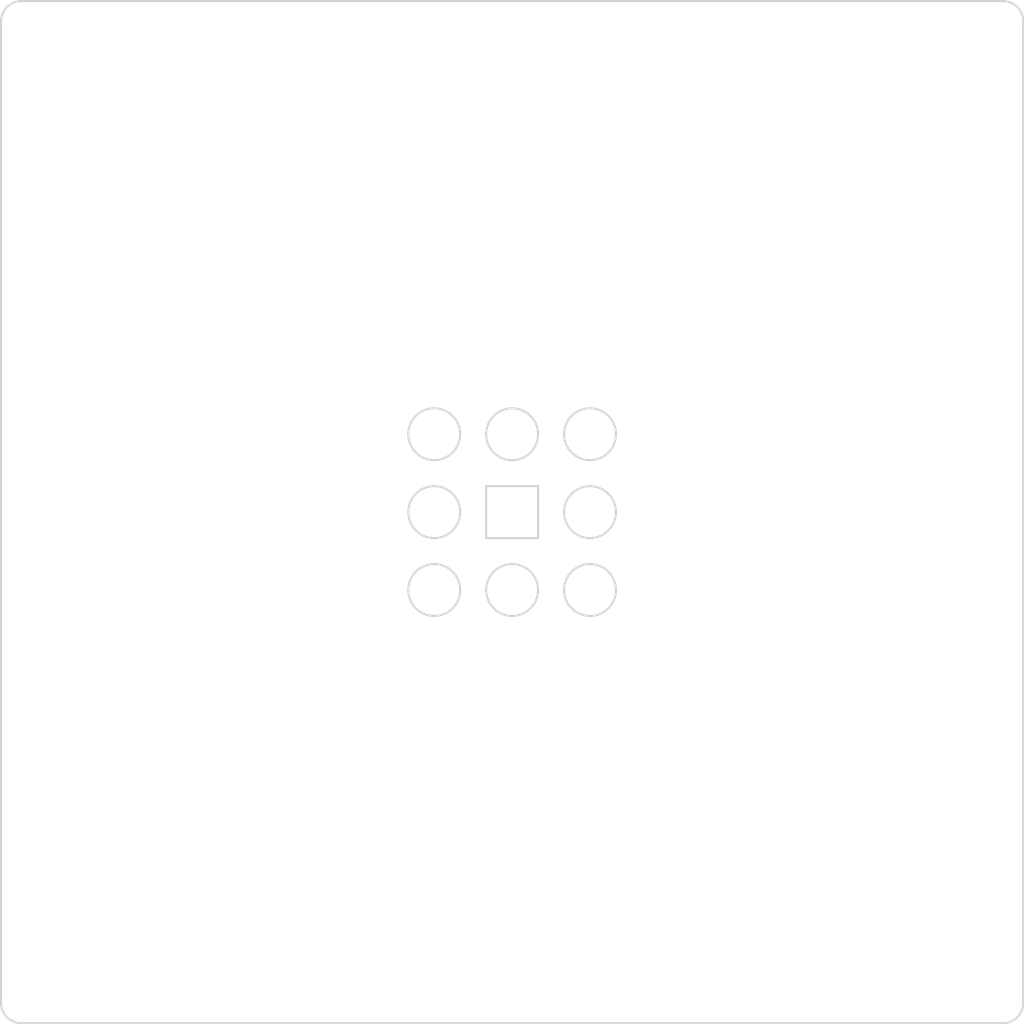
<source format=kicad_pcb>
(kicad_pcb (version 20221018) (generator pcbnew)

  (general
    (thickness 1.6)
  )

  (paper "A4")
  (layers
    (0 "F.Cu" signal)
    (31 "B.Cu" signal)
    (32 "B.Adhes" user "B.Adhesive")
    (33 "F.Adhes" user "F.Adhesive")
    (34 "B.Paste" user)
    (35 "F.Paste" user)
    (36 "B.SilkS" user "B.Silkscreen")
    (37 "F.SilkS" user "F.Silkscreen")
    (38 "B.Mask" user)
    (39 "F.Mask" user)
    (40 "Dwgs.User" user "User.Drawings")
    (41 "Cmts.User" user "User.Comments")
    (42 "Eco1.User" user "User.Eco1")
    (43 "Eco2.User" user "User.Eco2")
    (44 "Edge.Cuts" user)
    (45 "Margin" user)
    (46 "B.CrtYd" user "B.Courtyard")
    (47 "F.CrtYd" user "F.Courtyard")
    (48 "B.Fab" user)
    (49 "F.Fab" user)
    (50 "User.1" user)
    (51 "User.2" user)
    (52 "User.3" user)
    (53 "User.4" user)
    (54 "User.5" user)
    (55 "User.6" user)
    (56 "User.7" user)
    (57 "User.8" user)
    (58 "User.9" user)
  )

  (setup
    (pad_to_mask_clearance 0)
    (pcbplotparams
      (layerselection 0x00010fc_ffffffff)
      (plot_on_all_layers_selection 0x0000000_00000000)
      (disableapertmacros false)
      (usegerberextensions false)
      (usegerberattributes true)
      (usegerberadvancedattributes true)
      (creategerberjobfile true)
      (dashed_line_dash_ratio 12.000000)
      (dashed_line_gap_ratio 3.000000)
      (svgprecision 4)
      (plotframeref false)
      (viasonmask false)
      (mode 1)
      (useauxorigin false)
      (hpglpennumber 1)
      (hpglpenspeed 20)
      (hpglpendiameter 15.000000)
      (dxfpolygonmode true)
      (dxfimperialunits true)
      (dxfusepcbnewfont true)
      (psnegative false)
      (psa4output false)
      (plotreference true)
      (plotvalue true)
      (plotinvisibletext false)
      (sketchpadsonfab false)
      (subtractmaskfromsilk false)
      (outputformat 1)
      (mirror false)
      (drillshape 1)
      (scaleselection 1)
      (outputdirectory "")
    )
  )

  (net 0 "")

  (gr_line (start 173.5 81) (end 173.5 129)
    (stroke (width 0.1) (type default)) (layer "Edge.Cuts") (tstamp 0f832683-45f3-415b-a5f9-3e70ba12d2e2))
  (gr_circle (center 152.31 101.19) (end 153.58 101.19)
    (stroke (width 0.1) (type default)) (fill none) (layer "Edge.Cuts") (tstamp 4b54e3b3-73f5-49f9-b747-c07bd0592b3d))
  (gr_circle (center 152.31 105) (end 153.58 105)
    (stroke (width 0.1) (type default)) (fill none) (layer "Edge.Cuts") (tstamp 607e7e10-df0c-4e22-86ec-431d43cdef4d))
  (gr_line (start 124.5 80) (end 172.5 80)
    (stroke (width 0.1) (type default)) (layer "Edge.Cuts") (tstamp 67b54bb4-7c0d-4a79-9e0a-a616ba84209c))
  (gr_circle (center 148.5 101.19) (end 149.77 101.19)
    (stroke (width 0.1) (type default)) (fill none) (layer "Edge.Cuts") (tstamp 86803ea7-5803-4832-a423-3320d81aa7d5))
  (gr_rect (start 147.23 103.73) (end 149.77 106.27)
    (stroke (width 0.1) (type default)) (fill none) (layer "Edge.Cuts") (tstamp 87dbf45e-8178-4dd4-b1c0-bc349d2bfdf6))
  (gr_circle (center 144.69 108.81) (end 145.96 108.81)
    (stroke (width 0.1) (type default)) (fill none) (layer "Edge.Cuts") (tstamp 88b393ed-6237-4b53-9b85-9e8f50af4cc9))
  (gr_arc (start 172.5 80) (mid 173.207107 80.292893) (end 173.5 81)
    (stroke (width 0.1) (type default)) (layer "Edge.Cuts") (tstamp a8a5a360-38cf-44c1-a7a5-9d56e85ecd45))
  (gr_circle (center 144.69 101.19) (end 145.96 101.19)
    (stroke (width 0.1) (type default)) (fill none) (layer "Edge.Cuts") (tstamp ad7eb0d9-d9a7-455f-ab11-23290acfe3aa))
  (gr_arc (start 123.5 81) (mid 123.792893 80.292893) (end 124.5 80)
    (stroke (width 0.1) (type default)) (layer "Edge.Cuts") (tstamp ada88ee5-9faa-42f2-a552-0da5d77fb6d8))
  (gr_arc (start 124.5 130) (mid 123.792893 129.707107) (end 123.5 129)
    (stroke (width 0.1) (type default)) (layer "Edge.Cuts") (tstamp bdfc5fa4-d401-44de-9c4c-889a64aca97c))
  (gr_line (start 172.5 130) (end 124.5 130)
    (stroke (width 0.1) (type default)) (layer "Edge.Cuts") (tstamp c5c3b5e5-6c1b-4caf-bbb9-c4123631d014))
  (gr_arc (start 173.5 129) (mid 173.207107 129.707107) (end 172.5 130)
    (stroke (width 0.1) (type default)) (layer "Edge.Cuts") (tstamp c65d5b61-8e72-4ea5-bad0-37638a9f3efb))
  (gr_circle (center 148.5 108.81) (end 149.77 108.81)
    (stroke (width 0.1) (type default)) (fill none) (layer "Edge.Cuts") (tstamp d57dc5b4-a9d4-4008-848b-c36afac09816))
  (gr_line (start 123.5 129) (end 123.5 81)
    (stroke (width 0.1) (type default)) (layer "Edge.Cuts") (tstamp e51b62be-65a9-4868-a96a-57c0ec3866b5))
  (gr_circle (center 144.69 105) (end 145.96 105)
    (stroke (width 0.1) (type default)) (fill none) (layer "Edge.Cuts") (tstamp f567ef7a-f5c4-492b-9986-d5587b90e06e))
  (gr_circle (center 152.31 108.81) (end 153.58 108.81)
    (stroke (width 0.1) (type default)) (fill none) (layer "Edge.Cuts") (tstamp fefe0031-f3dd-4acb-94c0-3f16c6484416))
  (gr_text "N:3x3 R:50 D:150 SQ:center" (at 124.46 82.55) (layer "Dwgs.User") (tstamp 066eb32b-b25c-42fa-8c64-343b5f798f3f)
    (effects (font (size 1 1) (thickness 0.15)) (justify left bottom))
  )

)

</source>
